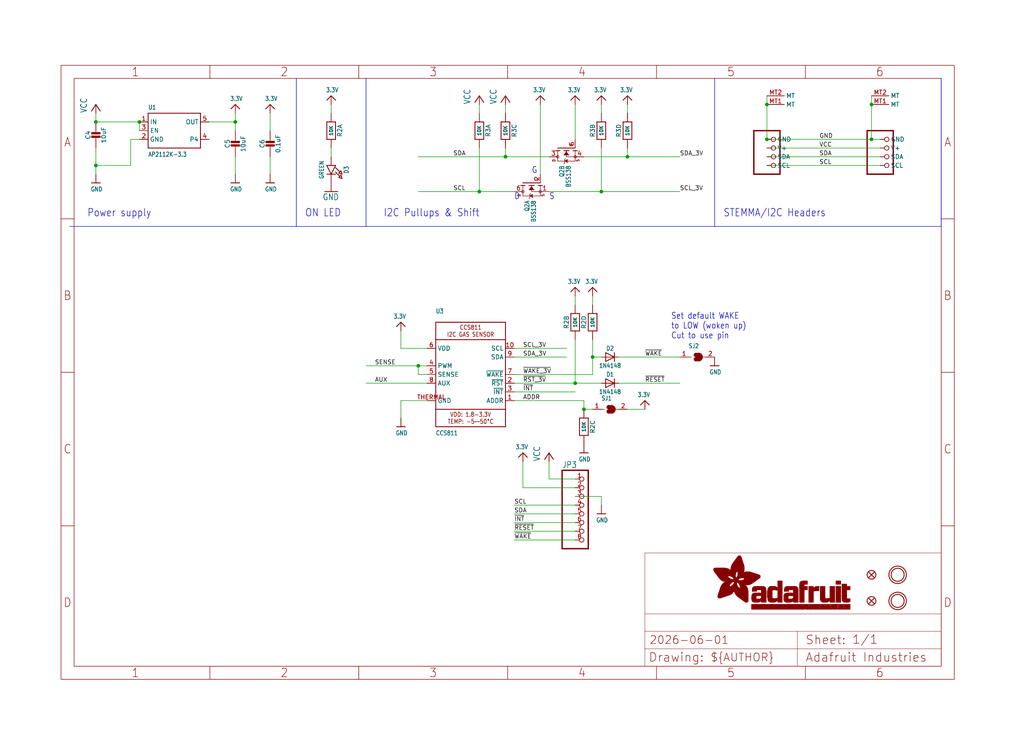
<source format=kicad_sch>
(kicad_sch (version 20230121) (generator eeschema)
  (paper "User" 298.45 217.322)
  (lib_symbols
    (symbol "working-eagle-import:3.3V" (power)
      (property "Value" "3.3V" (at -1.524 1.016 0))
      (symbol "3.3V_1_0"
        (pin power_in line (at 0 -2.54 90) (length 2.54) (name "3.3V") (number "1"))
      )
    )
    (symbol "working-eagle-import:CAP_CERAMIC0603_NO"
      (property "Reference" "C" (at -2.29 1.25 90))
      (symbol "CAP_CERAMIC0603_NO_1_0"
        (pin passive line (at 0 5.08 270) (length 2.54) (name "1") (number "1"))
        (pin passive line (at 0 -2.54 90) (length 2.54) (name "2") (number "2"))
      )
    )
    (symbol "working-eagle-import:CAP_CERAMIC0805-NOOUTLINE"
      (property "Reference" "C" (at -2.29 1.25 90))
      (symbol "CAP_CERAMIC0805-NOOUTLINE_1_0"
        (pin passive line (at 0 5.08 270) (length 2.54) (name "1") (number "1"))
        (pin passive line (at 0 -2.54 90) (length 2.54) (name "2") (number "2"))
      )
    )
    (symbol "working-eagle-import:CCS811"
      (property "Reference" "U" (at -10.16 17.78 0))
      (symbol "CCS811_1_0"
        (text "CCS811\nI2C GAS SENSOR" (at 0 12.7 0) (effects (font (size 1.27 1.0795))))
        (text "VDD: 1.8-3.3V\nTEMP: -5~~50°C" (at 0 -12.7 0) (effects (font (size 1.27 1.0795))))
        (pin input line (at 12.7 -7.62 180) (length 2.54) (name "ADDR") (number "1"))
        (pin bidirectional line (at 12.7 7.62 180) (length 2.54) (name "SCL") (number "10"))
        (pin input line (at 12.7 -2.54 180) (length 2.54) (name "~{RST}") (number "2"))
        (pin output line (at 12.7 -5.08 180) (length 2.54) (name "~{INT}") (number "3"))
        (pin output line (at -12.7 2.54 0) (length 2.54) (name "PWM") (number "4"))
        (pin input line (at -12.7 0 0) (length 2.54) (name "SENSE") (number "5"))
        (pin power_in line (at -12.7 7.62 0) (length 2.54) (name "VDD") (number "6"))
        (pin input line (at 12.7 0 180) (length 2.54) (name "~{WAKE}") (number "7"))
        (pin passive line (at -12.7 -2.54 0) (length 2.54) (name "AUX") (number "8"))
        (pin bidirectional line (at 12.7 5.08 180) (length 2.54) (name "SDA") (number "9"))
        (pin power_in line (at -12.7 -7.62 0) (length 2.54) (name "GND") (number "THERMAL"))
      )
    )
    (symbol "working-eagle-import:DIODESOD-323"
      (property "Reference" "D" (at 0 2.54 0))
      (symbol "DIODESOD-323_1_0"
        (pin passive line (at -2.54 0 0) (length 2.54) (name "A") (number "A"))
        (pin passive line (at 2.54 0 180) (length 2.54) (name "C") (number "C"))
      )
    )
    (symbol "working-eagle-import:FIDUCIAL_1MM")
    (symbol "working-eagle-import:FRAME_A4_ADAFRUIT"
      (symbol "FRAME_A4_ADAFRUIT_1_0"
        (text "${#}/${##}" (at 230.505 10.16 0) (effects (font (size 2.54 2.54)) (justify left bottom)))
        (text "${AUTHOR}" (at 189.23 5.08 0) (effects (font (size 2.286 2.286)) (justify left bottom)))
        (text "${CURRENT_DATE}" (at 171.45 10.16 0) (effects (font (size 2.286 2.286)) (justify left bottom)))
        (text "${PROJECTNAME}" (at 171.45 15.24 0) (effects (font (size 2.54 2.54)) (justify left bottom)))
        (text "1" (at 21.6958 1.905 0) (effects (font (size 2.54 2.286))))
        (text "1" (at 21.6958 177.165 0) (effects (font (size 2.54 2.286))))
        (text "2" (at 65.0875 1.905 0) (effects (font (size 2.54 2.286))))
        (text "2" (at 65.0875 177.165 0) (effects (font (size 2.54 2.286))))
        (text "3" (at 108.4792 1.905 0) (effects (font (size 2.54 2.286))))
        (text "3" (at 108.4792 177.165 0) (effects (font (size 2.54 2.286))))
        (text "4" (at 151.8708 1.905 0) (effects (font (size 2.54 2.286))))
        (text "4" (at 151.8708 177.165 0) (effects (font (size 2.54 2.286))))
        (text "5" (at 195.2625 1.905 0) (effects (font (size 2.54 2.286))))
        (text "5" (at 195.2625 177.165 0) (effects (font (size 2.54 2.286))))
        (text "6" (at 238.6542 1.905 0) (effects (font (size 2.54 2.286))))
        (text "6" (at 238.6542 177.165 0) (effects (font (size 2.54 2.286))))
        (text "A" (at 1.905 156.6863 0) (effects (font (size 2.54 2.286))))
        (text "A" (at 258.445 156.6863 0) (effects (font (size 2.54 2.286))))
        (text "Adafruit Industries" (at 216.916 4.953 0) (effects (font (size 2.54 2.54)) (justify left bottom)))
        (text "B" (at 1.905 111.9188 0) (effects (font (size 2.54 2.286))))
        (text "B" (at 258.445 111.9188 0) (effects (font (size 2.54 2.286))))
        (text "C" (at 1.905 67.1513 0) (effects (font (size 2.54 2.286))))
        (text "C" (at 258.445 67.1513 0) (effects (font (size 2.54 2.286))))
        (text "D" (at 1.905 22.3838 0) (effects (font (size 2.54 2.286))))
        (text "D" (at 258.445 22.3838 0) (effects (font (size 2.54 2.286))))
        (text "Drawing:" (at 171.196 4.953 0) (effects (font (size 2.54 2.54)) (justify left bottom)))
        (text "Sheet:" (at 216.916 10.033 0) (effects (font (size 2.54 2.54)) (justify left bottom)))
      )
    )
    (symbol "working-eagle-import:GND" (power)
      (property "Value" "GND" (at -1.524 -2.54 0))
      (symbol "GND_1_0"
        (pin power_in line (at 0 2.54 270) (length 2.54) (name "GND") (number "1"))
      )
    )
    (symbol "working-eagle-import:HEADER-1X870MIL"
      (property "Reference" "JP" (at -6.35 13.335 0))
      (symbol "HEADER-1X870MIL_1_0"
        (pin passive inverted (at -2.54 10.16 0) (length 2.54) (name "1") (number "1"))
        (pin passive inverted (at -2.54 7.62 0) (length 2.54) (name "2") (number "2"))
        (pin passive inverted (at -2.54 5.08 0) (length 2.54) (name "3") (number "3"))
        (pin passive inverted (at -2.54 2.54 0) (length 2.54) (name "4") (number "4"))
        (pin passive inverted (at -2.54 0 0) (length 2.54) (name "5") (number "5"))
        (pin passive inverted (at -2.54 -2.54 0) (length 2.54) (name "6") (number "6"))
        (pin passive inverted (at -2.54 -5.08 0) (length 2.54) (name "7") (number "7"))
        (pin passive inverted (at -2.54 -7.62 0) (length 2.54) (name "8") (number "8"))
      )
    )
    (symbol "working-eagle-import:LED0603_NOOUTLINE"
      (property "Reference" "D" (at -1.27 4.445 0))
      (symbol "LED0603_NOOUTLINE_1_0"
        (pin passive line (at -5.08 0 0) (length 2.54) (name "A") (number "A"))
        (pin passive line (at 2.54 0 180) (length 2.54) (name "C") (number "C"))
      )
    )
    (symbol "working-eagle-import:MOSFET-N_DUAL"
      (property "Reference" "Q" (at 5.08 0.635 0))
      (symbol "MOSFET-N_DUAL_1_0"
        (text "D" (at 3.175 3.175 0) (effects (font (size 0.8128 0.6908)) (justify left bottom)))
        (text "G" (at -1.27 -1.905 0) (effects (font (size 0.8128 0.6908)) (justify left bottom)))
        (text "S" (at 3.175 -3.81 0) (effects (font (size 0.8128 0.6908)) (justify left bottom)))
        (pin bidirectional line (at 2.54 -5.08 90) (length 2.54) (name "S") (number "1"))
        (pin bidirectional line (at -2.54 -2.54 0) (length 2.54) (name "G") (number "2"))
        (pin bidirectional line (at 2.54 5.08 270) (length 2.54) (name "D") (number "6"))
      )
      (symbol "MOSFET-N_DUAL_2_0"
        (text "D" (at 3.175 3.175 0) (effects (font (size 0.8128 0.6908)) (justify left bottom)))
        (text "G" (at -1.27 -1.905 0) (effects (font (size 0.8128 0.6908)) (justify left bottom)))
        (text "S" (at 3.175 -3.81 0) (effects (font (size 0.8128 0.6908)) (justify left bottom)))
        (pin bidirectional line (at 2.54 5.08 270) (length 2.54) (name "D") (number "3"))
        (pin bidirectional line (at 2.54 -5.08 90) (length 2.54) (name "S") (number "4"))
        (pin bidirectional line (at -2.54 -2.54 0) (length 2.54) (name "G") (number "5"))
      )
    )
    (symbol "working-eagle-import:MOUNTINGHOLE2.5")
    (symbol "working-eagle-import:RESISTOR_4PACK"
      (property "Reference" "R" (at 0 2.54 0))
      (symbol "RESISTOR_4PACK_1_0"
        (pin passive line (at -5.08 0 0) (length 2.54) (name "1") (number "1"))
        (pin passive line (at 5.08 0 180) (length 2.54) (name "2") (number "8"))
      )
      (symbol "RESISTOR_4PACK_2_0"
        (pin passive line (at -5.08 0 0) (length 2.54) (name "1") (number "2"))
        (pin passive line (at 5.08 0 180) (length 2.54) (name "2") (number "7"))
      )
      (symbol "RESISTOR_4PACK_3_0"
        (pin passive line (at -5.08 0 0) (length 2.54) (name "1") (number "3"))
        (pin passive line (at 5.08 0 180) (length 2.54) (name "2") (number "6"))
      )
      (symbol "RESISTOR_4PACK_4_0"
        (pin passive line (at -5.08 0 0) (length 2.54) (name "1") (number "4"))
        (pin passive line (at 5.08 0 180) (length 2.54) (name "2") (number "5"))
      )
    )
    (symbol "working-eagle-import:SOLDERJUMPER"
      (property "Reference" "SJ" (at -2.54 2.54 0))
      (symbol "SOLDERJUMPER_1_0"
        (pin passive line (at -5.08 0 0) (length 2.54) (name "1") (number "1"))
        (pin passive line (at 5.08 0 180) (length 2.54) (name "2") (number "2"))
      )
    )
    (symbol "working-eagle-import:SOLDERJUMPERCLOSED"
      (property "Reference" "SJ" (at -2.54 2.54 0))
      (symbol "SOLDERJUMPERCLOSED_1_0"
        (pin passive line (at -5.08 0 0) (length 2.54) (name "1") (number "1"))
        (pin passive line (at 5.08 0 180) (length 2.54) (name "2") (number "2"))
      )
    )
    (symbol "working-eagle-import:STEMMA_I2C_QT"
      (symbol "STEMMA_I2C_QT_1_0"
        (pin passive inverted (at 0 5.08 0) (length 2.54) (name "GND") (number "1"))
        (pin passive inverted (at 0 2.54 0) (length 2.54) (name "V+") (number "2"))
        (pin passive inverted (at 0 0 0) (length 2.54) (name "SDA") (number "3"))
        (pin passive inverted (at 0 -2.54 0) (length 2.54) (name "SCL") (number "4"))
      )
      (symbol "STEMMA_I2C_QT_2_0"
        (pin bidirectional line (at 0 0 0) (length 5.08) (name "MT") (number "MT1"))
      )
      (symbol "STEMMA_I2C_QT_3_0"
        (pin bidirectional line (at 0 0 0) (length 5.08) (name "MT") (number "MT2"))
      )
    )
    (symbol "working-eagle-import:VCC" (power)
      (property "Value" "VCC" (at -2.54 -2.54 90))
      (symbol "VCC_1_0"
        (pin power_in line (at 0 -2.54 90) (length 2.54) (name "VCC") (number "1"))
      )
    )
    (symbol "working-eagle-import:VREG_SOT23-5"
      (property "Reference" "U" (at -7.62 6.096 0))
      (symbol "VREG_SOT23-5_1_0"
        (pin power_in line (at -10.16 2.54 0) (length 2.54) (name "IN") (number "1"))
        (pin power_in line (at -10.16 -2.54 0) (length 2.54) (name "GND") (number "2"))
        (pin input line (at -10.16 0 0) (length 2.54) (name "EN") (number "3"))
        (pin bidirectional line (at 10.16 -2.54 180) (length 2.54) (name "P4") (number "4"))
        (pin power_in line (at 10.16 2.54 180) (length 2.54) (name "OUT") (number "5"))
      )
    )
    (symbol "working-eagle-import:supply1_GND" (power)
      (property "Value" "supply1_GND" (at -2.54 -2.54 0))
      (symbol "supply1_GND_1_0"
        (pin power_in line (at 0 2.54 270) (length 2.54) (name "GND") (number "1"))
      )
    )
  )
  (junction (at 68.58 35.56))
  (junction (at 121.92 106.68))
  (junction (at 223.52 40.64))
  (junction (at 182.88 45.72))
  (junction (at 139.7 55.88))
  (junction (at 254 40.64))
  (junction (at 170.18 119.38))
  (junction (at 223.52 30.48))
  (junction (at 172.72 104.14))
  (junction (at 27.94 48.26))
  (junction (at 167.64 111.76))
  (junction (at 27.94 35.56))
  (junction (at 254 30.48))
  (junction (at 175.26 55.88))
  (junction (at 40.64 35.56))
  (junction (at 147.32 45.72))
  (wire (pts (xy 160.02 55.88) (xy 175.26 55.88)) (stroke (width 0.1524)))
  (wire (pts (xy 78.74 33.02) (xy 78.74 38.1)) (stroke (width 0.1524)))
  (wire (pts (xy 147.32 45.72) (xy 121.92 45.72)) (stroke (width 0.1524)))
  (wire (pts (xy 182.88 43.18) (xy 182.88 45.72)) (stroke (width 0.1524)))
  (polyline (pts (xy 274.32 22.86) (xy 274.32 66.04)) (stroke (width 0.1524) (type solid)))
  (wire (pts (xy 254 30.48) (xy 254 40.64)) (stroke (width 0.1524)))
  (wire (pts (xy 121.92 106.68) (xy 124.46 106.68)) (stroke (width 0.1524)))
  (polyline (pts (xy 106.68 22.86) (xy 106.68 66.04)) (stroke (width 0.1524) (type solid)))
  (wire (pts (xy 157.48 50.8) (xy 157.48 30.48)) (stroke (width 0.1524)))
  (wire (pts (xy 167.64 142.24) (xy 152.4 142.24)) (stroke (width 0.1524)))
  (wire (pts (xy 121.92 109.22) (xy 121.92 106.68)) (stroke (width 0.1524)))
  (wire (pts (xy 147.32 43.18) (xy 147.32 45.72)) (stroke (width 0.1524)))
  (wire (pts (xy 149.86 55.88) (xy 139.7 55.88)) (stroke (width 0.1524)))
  (wire (pts (xy 160.02 139.7) (xy 160.02 134.62)) (stroke (width 0.1524)))
  (wire (pts (xy 223.52 43.18) (xy 256.54 43.18)) (stroke (width 0.1524)))
  (wire (pts (xy 167.64 40.64) (xy 167.64 30.48)) (stroke (width 0.1524)))
  (wire (pts (xy 38.1 48.26) (xy 27.94 48.26)) (stroke (width 0.1524)))
  (wire (pts (xy 254 27.94) (xy 254 30.48)) (stroke (width 0.1524)))
  (wire (pts (xy 170.18 45.72) (xy 182.88 45.72)) (stroke (width 0.1524)))
  (polyline (pts (xy 106.68 66.04) (xy 208.28 66.04)) (stroke (width 0.1524) (type solid)))
  (wire (pts (xy 180.34 104.14) (xy 198.12 104.14)) (stroke (width 0.1524)))
  (wire (pts (xy 172.72 109.22) (xy 172.72 104.14)) (stroke (width 0.1524)))
  (wire (pts (xy 139.7 55.88) (xy 121.92 55.88)) (stroke (width 0.1524)))
  (polyline (pts (xy 208.28 66.04) (xy 274.32 66.04)) (stroke (width 0.1524) (type solid)))
  (polyline (pts (xy 86.36 22.86) (xy 86.36 66.04)) (stroke (width 0.1524) (type solid)))
  (wire (pts (xy 60.96 35.56) (xy 68.58 35.56)) (stroke (width 0.1524)))
  (wire (pts (xy 152.4 142.24) (xy 152.4 134.62)) (stroke (width 0.1524)))
  (polyline (pts (xy 208.28 22.86) (xy 208.28 66.04)) (stroke (width 0.1524) (type solid)))
  (wire (pts (xy 172.72 104.14) (xy 175.26 104.14)) (stroke (width 0.1524)))
  (wire (pts (xy 116.84 101.6) (xy 116.84 96.52)) (stroke (width 0.1524)))
  (wire (pts (xy 223.52 27.94) (xy 223.52 30.48)) (stroke (width 0.1524)))
  (wire (pts (xy 165.1 101.6) (xy 149.86 101.6)) (stroke (width 0.1524)))
  (wire (pts (xy 40.64 38.1) (xy 40.64 35.56)) (stroke (width 0.1524)))
  (wire (pts (xy 175.26 43.18) (xy 175.26 55.88)) (stroke (width 0.1524)))
  (wire (pts (xy 139.7 30.48) (xy 139.7 33.02)) (stroke (width 0.1524)))
  (wire (pts (xy 175.26 55.88) (xy 198.12 55.88)) (stroke (width 0.1524)))
  (wire (pts (xy 149.86 104.14) (xy 165.1 104.14)) (stroke (width 0.1524)))
  (wire (pts (xy 68.58 45.72) (xy 68.58 50.8)) (stroke (width 0.1524)))
  (wire (pts (xy 96.52 30.48) (xy 96.52 33.02)) (stroke (width 0.1524)))
  (wire (pts (xy 149.86 109.22) (xy 172.72 109.22)) (stroke (width 0.1524)))
  (wire (pts (xy 27.94 48.26) (xy 27.94 43.18)) (stroke (width 0.1524)))
  (wire (pts (xy 256.54 45.72) (xy 223.52 45.72)) (stroke (width 0.1524)))
  (wire (pts (xy 38.1 40.64) (xy 38.1 48.26)) (stroke (width 0.1524)))
  (wire (pts (xy 68.58 35.56) (xy 68.58 33.02)) (stroke (width 0.1524)))
  (wire (pts (xy 40.64 40.64) (xy 38.1 40.64)) (stroke (width 0.1524)))
  (polyline (pts (xy 86.36 66.04) (xy 106.68 66.04)) (stroke (width 0.1524) (type solid)))
  (wire (pts (xy 167.64 154.94) (xy 149.86 154.94)) (stroke (width 0.1524)))
  (wire (pts (xy 172.72 86.36) (xy 172.72 88.9)) (stroke (width 0.1524)))
  (wire (pts (xy 180.34 111.76) (xy 198.12 111.76)) (stroke (width 0.1524)))
  (wire (pts (xy 167.64 86.36) (xy 167.64 88.9)) (stroke (width 0.1524)))
  (polyline (pts (xy 20.32 66.04) (xy 86.36 66.04)) (stroke (width 0.1524) (type solid)))
  (wire (pts (xy 167.64 99.06) (xy 167.64 111.76)) (stroke (width 0.1524)))
  (wire (pts (xy 124.46 111.76) (xy 106.68 111.76)) (stroke (width 0.1524)))
  (wire (pts (xy 40.64 35.56) (xy 27.94 35.56)) (stroke (width 0.1524)))
  (wire (pts (xy 223.52 48.26) (xy 256.54 48.26)) (stroke (width 0.1524)))
  (wire (pts (xy 167.64 111.76) (xy 175.26 111.76)) (stroke (width 0.1524)))
  (wire (pts (xy 160.02 45.72) (xy 147.32 45.72)) (stroke (width 0.1524)))
  (wire (pts (xy 149.86 157.48) (xy 167.64 157.48)) (stroke (width 0.1524)))
  (wire (pts (xy 223.52 30.48) (xy 223.52 40.64)) (stroke (width 0.1524)))
  (wire (pts (xy 124.46 101.6) (xy 116.84 101.6)) (stroke (width 0.1524)))
  (wire (pts (xy 170.18 119.38) (xy 170.18 116.84)) (stroke (width 0.1524)))
  (wire (pts (xy 167.64 152.4) (xy 149.86 152.4)) (stroke (width 0.1524)))
  (wire (pts (xy 256.54 40.64) (xy 254 40.64)) (stroke (width 0.1524)))
  (wire (pts (xy 254 40.64) (xy 223.52 40.64)) (stroke (width 0.1524)))
  (wire (pts (xy 182.88 33.02) (xy 182.88 30.48)) (stroke (width 0.1524)))
  (wire (pts (xy 175.26 144.78) (xy 175.26 147.32)) (stroke (width 0.1524)))
  (wire (pts (xy 27.94 33.02) (xy 27.94 35.56)) (stroke (width 0.1524)))
  (wire (pts (xy 121.92 106.68) (xy 106.68 106.68)) (stroke (width 0.1524)))
  (wire (pts (xy 149.86 111.76) (xy 167.64 111.76)) (stroke (width 0.1524)))
  (wire (pts (xy 175.26 33.02) (xy 175.26 30.48)) (stroke (width 0.1524)))
  (wire (pts (xy 139.7 43.18) (xy 139.7 55.88)) (stroke (width 0.1524)))
  (wire (pts (xy 147.32 33.02) (xy 147.32 30.48)) (stroke (width 0.1524)))
  (wire (pts (xy 68.58 35.56) (xy 68.58 38.1)) (stroke (width 0.1524)))
  (wire (pts (xy 172.72 99.06) (xy 172.72 104.14)) (stroke (width 0.1524)))
  (wire (pts (xy 170.18 116.84) (xy 149.86 116.84)) (stroke (width 0.1524)))
  (wire (pts (xy 182.88 119.38) (xy 187.96 119.38)) (stroke (width 0.1524)))
  (wire (pts (xy 170.18 119.38) (xy 172.72 119.38)) (stroke (width 0.1524)))
  (wire (pts (xy 149.86 149.86) (xy 167.64 149.86)) (stroke (width 0.1524)))
  (wire (pts (xy 27.94 48.26) (xy 27.94 50.8)) (stroke (width 0.1524)))
  (wire (pts (xy 149.86 147.32) (xy 167.64 147.32)) (stroke (width 0.1524)))
  (wire (pts (xy 182.88 45.72) (xy 198.12 45.72)) (stroke (width 0.1524)))
  (wire (pts (xy 96.52 45.72) (xy 96.52 43.18)) (stroke (width 0.1524)))
  (wire (pts (xy 167.64 144.78) (xy 175.26 144.78)) (stroke (width 0.1524)))
  (wire (pts (xy 116.84 116.84) (xy 116.84 121.92)) (stroke (width 0.1524)))
  (wire (pts (xy 149.86 114.3) (xy 167.64 114.3)) (stroke (width 0.1524)))
  (wire (pts (xy 167.64 139.7) (xy 160.02 139.7)) (stroke (width 0.1524)))
  (wire (pts (xy 124.46 109.22) (xy 121.92 109.22)) (stroke (width 0.1524)))
  (wire (pts (xy 124.46 116.84) (xy 116.84 116.84)) (stroke (width 0.1524)))
  (wire (pts (xy 78.74 45.72) (xy 78.74 50.8)) (stroke (width 0.1524)))
  (text "G" (at 154.94 50.8 0) (effects (font (size 1.778 1.5113)) (justify left bottom)))
  (text "ON LED" (at 88.9 63.5 0) (effects (font (size 2.1844 1.8567)) (justify left bottom)))
  (text "STEMMA/I2C Headers" (at 210.82 63.5 0) (effects (font (size 2.1844 1.8567)) (justify left bottom)))
  (text "Set default WAKE\nto LOW (woken up)\nCut to use pin~{}" (at 195.58 99.06 0) (effects (font (size 1.778 1.5113)) (justify left bottom)))
  (text "D" (at 149.86 58.42 0) (effects (font (size 1.778 1.5113)) (justify left bottom)))
  (text "S" (at 160.02 58.42 0) (effects (font (size 1.778 1.5113)) (justify left bottom)))
  (text "Power supply" (at 25.4 63.5 0) (effects (font (size 2.1844 1.8567)) (justify left bottom)))
  (text "I2C Pullups & Shift" (at 111.76 63.5 0) (effects (font (size 2.1844 1.8567)) (justify left bottom)))
  (label "GND" (at 238.76 40.64 0) (effects (font (size 1.2446 1.2446))))
  (label "SCL" (at 132.08 55.88 0) (effects (font (size 1.2446 1.2446))))
  (label "SCL_3V" (at 152.4 101.6 0) (effects (font (size 1.2446 1.2446))))
  (label "~{WAKE}" (at 187.96 104.14 0) (effects (font (size 1.2446 1.2446))))
  (label "~{WAKE}" (at 149.86 157.48 0) (effects (font (size 1.2446 1.2446))))
  (label "~{INT}" (at 149.86 152.4 0) (effects (font (size 1.2446 1.2446))))
  (label "SCL" (at 149.86 147.32 0) (effects (font (size 1.2446 1.2446))))
  (label "~{RESET}" (at 187.96 111.76 0) (effects (font (size 1.2446 1.2446))))
  (label "~{RST_3V}" (at 152.4 111.76 0) (effects (font (size 1.2446 1.2446))))
  (label "SENSE" (at 109.22 106.68 0) (effects (font (size 1.2446 1.2446))))
  (label "SCL" (at 238.76 48.26 0) (effects (font (size 1.2446 1.2446))))
  (label "SDA_3V" (at 152.4 104.14 0) (effects (font (size 1.2446 1.2446))))
  (label "SDA" (at 238.76 45.72 0) (effects (font (size 1.2446 1.2446))))
  (label "VCC" (at 238.76 43.18 0) (effects (font (size 1.2446 1.2446))))
  (label "SDA" (at 149.86 149.86 0) (effects (font (size 1.2446 1.2446))))
  (label "AUX" (at 109.22 111.76 0) (effects (font (size 1.2446 1.2446))))
  (label "~{INT}" (at 152.4 114.3 0) (effects (font (size 1.2446 1.2446))))
  (label "SDA_3V" (at 198.12 45.72 0) (effects (font (size 1.2446 1.2446))))
  (label "SDA" (at 132.08 45.72 0) (effects (font (size 1.2446 1.2446))))
  (label "ADDR" (at 152.4 116.84 0) (effects (font (size 1.2446 1.2446))))
  (label "~{RESET}" (at 149.86 154.94 0) (effects (font (size 1.2446 1.2446))))
  (label "~{WAKE_3V}" (at 152.4 109.22 0) (effects (font (size 1.2446 1.2446))))
  (label "SCL_3V" (at 198.12 55.88 0) (effects (font (size 1.2446 1.2446))))
  (symbol (lib_id "working-eagle-import:FRAME_A4_ADAFRUIT") (at 17.78 198.12 0) (unit 1)
    (property "Reference" "#U$41" (effects hide))
    (property "Value" "FRAME_A4_ADAFRUIT" (effects hide))
  )
  (symbol (lib_id "working-eagle-import:3.3V") (at 116.84 93.98 0) (mirror y) (unit 1)
    (property "Reference" "#U$22" (effects hide))
    (property "Value" "3.3V" (at 118.364 92.964 0) (effects (font (size 1.27 1.0795)) (justify left bottom)))
  )
  (symbol (lib_id "working-eagle-import:RESISTOR_4PACK") (at 167.64 93.98 90) (unit 2)
    (property "Reference" "R2" (at 165.1 93.98 0))
    (property "Value" "10K" (at 167.64 93.98 0) (effects (font (size 1.016 1.016) bold)))
    (property "Footprint" "working:RESPACK_4X0603" (effects hide))
  )
  (symbol (lib_id "working-eagle-import:DIODESOD-323") (at 177.8 104.14 0) (unit 1)
    (property "Reference" "D2" (at 177.8 101.6 0) (effects (font (size 1.27 1.0795))))
    (property "Value" "1N4148" (at 177.8 106.64 0) (effects (font (size 1.27 1.0795))))
    (property "Footprint" "working:SOD-323" (effects hide))
  )
  (symbol (lib_id "working-eagle-import:3.3V") (at 78.74 30.48 0) (unit 1)
    (property "Reference" "#U$32" (effects hide))
    (property "Value" "3.3V" (at 77.216 29.464 0) (effects (font (size 1.27 1.0795)) (justify left bottom)))
  )
  (symbol (lib_id "working-eagle-import:RESISTOR_4PACK") (at 139.7 38.1 270) (unit 1)
    (property "Reference" "R3" (at 142.24 38.1 0))
    (property "Value" "10K" (at 139.7 38.1 0) (effects (font (size 1.016 1.016) bold)))
    (property "Footprint" "working:RESPACK_4X0603" (effects hide))
  )
  (symbol (lib_id "working-eagle-import:CCS811") (at 137.16 109.22 0) (unit 1)
    (property "Reference" "U3" (at 127 91.44 0) (effects (font (size 1.27 1.0795)) (justify left bottom)))
    (property "Value" "CCS811" (at 127 127 0) (effects (font (size 1.27 1.0795)) (justify left bottom)))
    (property "Footprint" "working:CCS811" (effects hide))
  )
  (symbol (lib_id "working-eagle-import:3.3V") (at 96.52 27.94 0) (unit 1)
    (property "Reference" "#U$44" (effects hide))
    (property "Value" "3.3V" (at 94.996 26.924 0) (effects (font (size 1.27 1.0795)) (justify left bottom)))
  )
  (symbol (lib_id "working-eagle-import:RESISTOR_4PACK") (at 172.72 93.98 90) (unit 4)
    (property "Reference" "R2" (at 170.18 93.98 0))
    (property "Value" "10K" (at 172.72 93.98 0) (effects (font (size 1.016 1.016) bold)))
    (property "Footprint" "working:RESPACK_4X0603" (effects hide))
  )
  (symbol (lib_id "working-eagle-import:3.3V") (at 152.4 132.08 0) (mirror y) (unit 1)
    (property "Reference" "#U$19" (effects hide))
    (property "Value" "3.3V" (at 153.924 131.064 0) (effects (font (size 1.27 1.0795)) (justify left bottom)))
  )
  (symbol (lib_id "working-eagle-import:RESISTOR_4PACK") (at 147.32 38.1 270) (unit 3)
    (property "Reference" "R3" (at 149.86 38.1 0))
    (property "Value" "10K" (at 147.32 38.1 0) (effects (font (size 1.016 1.016) bold)))
    (property "Footprint" "working:RESPACK_4X0603" (effects hide))
  )
  (symbol (lib_id "working-eagle-import:3.3V") (at 157.48 27.94 0) (mirror y) (unit 1)
    (property "Reference" "#U$36" (effects hide))
    (property "Value" "3.3V" (at 159.004 26.924 0) (effects (font (size 1.27 1.0795)) (justify left bottom)))
  )
  (symbol (lib_id "working-eagle-import:MOSFET-N_DUAL") (at 165.1 43.18 90) (mirror x) (unit 2)
    (property "Reference" "Q2" (at 164.465 48.26 0) (effects (font (size 1.27 1.0795)) (justify left bottom)))
    (property "Value" "BSS138" (at 166.37 48.26 0) (effects (font (size 1.27 1.0795)) (justify left bottom)))
    (property "Footprint" "working:SOT363" (effects hide))
  )
  (symbol (lib_id "working-eagle-import:STEMMA_I2C_QT") (at 223.52 27.94 0) (unit 3)
    (property "Reference" "CONN3" (effects hide))
    (property "Value" "STEMMA_I2C_QT" (effects hide))
    (property "Footprint" "working:JST_SH4" (effects hide))
  )
  (symbol (lib_id "working-eagle-import:3.3V") (at 167.64 27.94 0) (mirror y) (unit 1)
    (property "Reference" "#U$37" (effects hide))
    (property "Value" "3.3V" (at 169.164 26.924 0) (effects (font (size 1.27 1.0795)) (justify left bottom)))
  )
  (symbol (lib_id "working-eagle-import:MOSFET-N_DUAL") (at 154.94 53.34 90) (mirror x) (unit 1)
    (property "Reference" "Q2" (at 154.305 58.42 0) (effects (font (size 1.27 1.0795)) (justify left bottom)))
    (property "Value" "BSS138" (at 156.21 58.42 0) (effects (font (size 1.27 1.0795)) (justify left bottom)))
    (property "Footprint" "working:SOT363" (effects hide))
  )
  (symbol (lib_id "working-eagle-import:supply1_GND") (at 96.52 55.88 0) (unit 1)
    (property "Reference" "#GND6" (effects hide))
    (property "Value" "GND" (at 93.98 58.42 0) (effects (font (size 1.778 1.5113)) (justify left bottom)))
  )
  (symbol (lib_id "working-eagle-import:STEMMA_I2C_QT") (at 256.54 45.72 0) (unit 1)
    (property "Reference" "CONN4" (effects hide))
    (property "Value" "STEMMA_I2C_QT" (effects hide))
    (property "Footprint" "working:JST_SH4" (effects hide))
  )
  (symbol (lib_id "working-eagle-import:GND") (at 116.84 124.46 0) (unit 1)
    (property "Reference" "#U$2" (effects hide))
    (property "Value" "GND" (at 115.316 127 0) (effects (font (size 1.27 1.0795)) (justify left bottom)))
  )
  (symbol (lib_id "working-eagle-import:CAP_CERAMIC0805-NOOUTLINE") (at 68.58 43.18 0) (unit 1)
    (property "Reference" "C5" (at 66.29 41.93 90))
    (property "Value" "10uF" (at 70.88 41.93 90))
    (property "Footprint" "working:0805-NO" (effects hide))
  )
  (symbol (lib_id "working-eagle-import:STEMMA_I2C_QT") (at 223.52 30.48 0) (unit 2)
    (property "Reference" "CONN3" (effects hide))
    (property "Value" "STEMMA_I2C_QT" (effects hide))
    (property "Footprint" "working:JST_SH4" (effects hide))
  )
  (symbol (lib_id "working-eagle-import:GND") (at 175.26 149.86 0) (unit 1)
    (property "Reference" "#U$7" (effects hide))
    (property "Value" "GND" (at 173.736 152.4 0) (effects (font (size 1.27 1.0795)) (justify left bottom)))
  )
  (symbol (lib_id "working-eagle-import:FIDUCIAL_1MM") (at 254 175.26 0) (unit 1)
    (property "Reference" "FID3" (effects hide))
    (property "Value" "FIDUCIAL_1MM" (effects hide))
    (property "Footprint" "working:FIDUCIAL_1MM" (effects hide))
  )
  (symbol (lib_id "working-eagle-import:3.3V") (at 167.64 83.82 0) (mirror y) (unit 1)
    (property "Reference" "#U$24" (effects hide))
    (property "Value" "3.3V" (at 169.164 82.804 0) (effects (font (size 1.27 1.0795)) (justify left bottom)))
  )
  (symbol (lib_id "working-eagle-import:DIODESOD-323") (at 177.8 111.76 0) (unit 1)
    (property "Reference" "D1" (at 177.8 109.22 0) (effects (font (size 1.27 1.0795))))
    (property "Value" "1N4148" (at 177.8 114.26 0) (effects (font (size 1.27 1.0795))))
    (property "Footprint" "working:SOD-323" (effects hide))
  )
  (symbol (lib_id "working-eagle-import:MOUNTINGHOLE2.5") (at 261.62 175.26 0) (unit 1)
    (property "Reference" "U$39" (effects hide))
    (property "Value" "MOUNTINGHOLE2.5" (effects hide))
    (property "Footprint" "working:MOUNTINGHOLE_2.5_PLATED" (effects hide))
  )
  (symbol (lib_id "working-eagle-import:3.3V") (at 175.26 27.94 0) (mirror y) (unit 1)
    (property "Reference" "#U$35" (effects hide))
    (property "Value" "3.3V" (at 176.784 26.924 0) (effects (font (size 1.27 1.0795)) (justify left bottom)))
  )
  (symbol (lib_id "working-eagle-import:3.3V") (at 68.58 30.48 0) (unit 1)
    (property "Reference" "#U$33" (effects hide))
    (property "Value" "3.3V" (at 67.056 29.464 0) (effects (font (size 1.27 1.0795)) (justify left bottom)))
  )
  (symbol (lib_id "working-eagle-import:SOLDERJUMPER") (at 177.8 119.38 0) (unit 1)
    (property "Reference" "SJ1" (at 175.26 116.84 0) (effects (font (size 1.27 1.0795)) (justify left bottom)))
    (property "Value" "SOLDERJUMPER" (effects hide))
    (property "Footprint" "working:SOLDERJUMPER_ARROW_NOPASTE" (effects hide))
  )
  (symbol (lib_id "working-eagle-import:3.3V") (at 182.88 27.94 0) (mirror y) (unit 1)
    (property "Reference" "#U$34" (effects hide))
    (property "Value" "3.3V" (at 184.404 26.924 0) (effects (font (size 1.27 1.0795)) (justify left bottom)))
  )
  (symbol (lib_id "working-eagle-import:GND") (at 78.74 53.34 0) (unit 1)
    (property "Reference" "#U$30" (effects hide))
    (property "Value" "GND" (at 77.216 55.88 0) (effects (font (size 1.27 1.0795)) (justify left bottom)))
  )
  (symbol (lib_id "working-eagle-import:GND") (at 68.58 53.34 0) (unit 1)
    (property "Reference" "#U$29" (effects hide))
    (property "Value" "GND" (at 67.056 55.88 0) (effects (font (size 1.27 1.0795)) (justify left bottom)))
  )
  (symbol (lib_id "working-eagle-import:VCC") (at 139.7 27.94 0) (unit 1)
    (property "Reference" "#P+1" (effects hide))
    (property "Value" "VCC" (at 137.16 30.48 90) (effects (font (size 1.778 1.5113)) (justify left bottom)))
  )
  (symbol (lib_id "working-eagle-import:3.3V") (at 187.96 116.84 0) (mirror y) (unit 1)
    (property "Reference" "#U$26" (effects hide))
    (property "Value" "3.3V" (at 189.484 115.824 0) (effects (font (size 1.27 1.0795)) (justify left bottom)))
  )
  (symbol (lib_id "working-eagle-import:GND") (at 27.94 53.34 0) (unit 1)
    (property "Reference" "#U$28" (effects hide))
    (property "Value" "GND" (at 26.416 55.88 0) (effects (font (size 1.27 1.0795)) (justify left bottom)))
  )
  (symbol (lib_id "working-eagle-import:MOUNTINGHOLE2.5") (at 261.62 167.64 0) (unit 1)
    (property "Reference" "U$40" (effects hide))
    (property "Value" "MOUNTINGHOLE2.5" (effects hide))
    (property "Footprint" "working:MOUNTINGHOLE_2.5_PLATED" (effects hide))
  )
  (symbol (lib_id "working-eagle-import:FIDUCIAL_1MM") (at 254 167.64 0) (unit 1)
    (property "Reference" "FID4" (effects hide))
    (property "Value" "FIDUCIAL_1MM" (effects hide))
    (property "Footprint" "working:FIDUCIAL_1MM" (effects hide))
  )
  (symbol (lib_id "working-eagle-import:RESISTOR_4PACK") (at 182.88 38.1 90) (mirror x) (unit 4)
    (property "Reference" "R3" (at 180.34 38.1 0))
    (property "Value" "10K" (at 182.88 38.1 0) (effects (font (size 1.016 1.016) bold)))
    (property "Footprint" "working:RESPACK_4X0603" (effects hide))
  )
  (symbol (lib_id "working-eagle-import:STEMMA_I2C_QT") (at 254 27.94 0) (unit 3)
    (property "Reference" "CONN4" (effects hide))
    (property "Value" "STEMMA_I2C_QT" (effects hide))
    (property "Footprint" "working:JST_SH4" (effects hide))
  )
  (symbol (lib_id "working-eagle-import:RESISTOR_4PACK") (at 175.26 38.1 90) (mirror x) (unit 2)
    (property "Reference" "R3" (at 172.72 38.1 0))
    (property "Value" "10K" (at 175.26 38.1 0) (effects (font (size 1.016 1.016) bold)))
    (property "Footprint" "working:RESPACK_4X0603" (effects hide))
  )
  (symbol (lib_id "working-eagle-import:STEMMA_I2C_QT") (at 254 30.48 0) (unit 2)
    (property "Reference" "CONN4" (effects hide))
    (property "Value" "STEMMA_I2C_QT" (effects hide))
    (property "Footprint" "working:JST_SH4" (effects hide))
  )
  (symbol (lib_id "working-eagle-import:VCC") (at 160.02 132.08 0) (unit 1)
    (property "Reference" "#P+4" (effects hide))
    (property "Value" "VCC" (at 157.48 134.62 90) (effects (font (size 1.778 1.5113)) (justify left bottom)))
  )
  (symbol (lib_id "working-eagle-import:LED0603_NOOUTLINE") (at 96.52 50.8 270) (unit 1)
    (property "Reference" "D3" (at 100.965 49.53 0) (effects (font (size 1.27 1.0795))))
    (property "Value" "GREEN" (at 93.726 49.53 0) (effects (font (size 1.27 1.0795))))
    (property "Footprint" "working:CHIPLED_0603_NOOUTLINE" (effects hide))
  )
  (symbol (lib_id "working-eagle-import:VCC") (at 27.94 30.48 0) (unit 1)
    (property "Reference" "#P+3" (effects hide))
    (property "Value" "VCC" (at 25.4 33.02 90) (effects (font (size 1.778 1.5113)) (justify left bottom)))
  )
  (symbol (lib_id "working-eagle-import:GND") (at 170.18 132.08 0) (unit 1)
    (property "Reference" "#U$23" (effects hide))
    (property "Value" "GND" (at 168.656 134.62 0) (effects (font (size 1.27 1.0795)) (justify left bottom)))
  )
  (symbol (lib_id "working-eagle-import:VREG_SOT23-5") (at 50.8 38.1 0) (unit 1)
    (property "Reference" "U1" (at 43.18 32.004 0) (effects (font (size 1.27 1.0795)) (justify left bottom)))
    (property "Value" "AP2112K-3.3" (at 43.18 45.72 0) (effects (font (size 1.27 1.0795)) (justify left bottom)))
    (property "Footprint" "working:SOT23-5" (effects hide))
  )
  (symbol (lib_id "working-eagle-import:3.3V") (at 172.72 83.82 0) (mirror y) (unit 1)
    (property "Reference" "#U$25" (effects hide))
    (property "Value" "3.3V" (at 174.244 82.804 0) (effects (font (size 1.27 1.0795)) (justify left bottom)))
  )
  (symbol (lib_id "working-eagle-import:CAP_CERAMIC0805-NOOUTLINE") (at 27.94 40.64 0) (unit 1)
    (property "Reference" "C4" (at 25.65 39.39 90))
    (property "Value" "10uF" (at 30.24 39.39 90))
    (property "Footprint" "working:0805-NO" (effects hide))
  )
  (symbol (lib_id "working-eagle-import:GND") (at 208.28 106.68 0) (unit 1)
    (property "Reference" "#U$3" (effects hide))
    (property "Value" "GND" (at 206.756 109.22 0) (effects (font (size 1.27 1.0795)) (justify left bottom)))
  )
  (symbol (lib_id "working-eagle-import:CAP_CERAMIC0603_NO") (at 78.74 43.18 0) (unit 1)
    (property "Reference" "C6" (at 76.45 41.93 90))
    (property "Value" "0.1uF" (at 81.04 41.93 90))
    (property "Footprint" "working:0603-NO" (effects hide))
  )
  (symbol (lib_id "working-eagle-import:HEADER-1X870MIL") (at 170.18 149.86 0) (unit 1)
    (property "Reference" "JP3" (at 163.83 136.525 0) (effects (font (size 1.778 1.5113)) (justify left bottom)))
    (property "Value" "HEADER-1X870MIL" (effects hide))
    (property "Footprint" "working:1X08_ROUND_70" (effects hide))
  )
  (symbol (lib_id "working-eagle-import:RESISTOR_4PACK") (at 96.52 38.1 270) (unit 1)
    (property "Reference" "R2" (at 99.06 38.1 0))
    (property "Value" "10K" (at 96.52 38.1 0) (effects (font (size 1.016 1.016) bold)))
    (property "Footprint" "working:RESPACK_4X0603" (effects hide))
  )
  (symbol (lib_id "working-eagle-import:RESISTOR_4PACK") (at 170.18 124.46 270) (unit 3)
    (property "Reference" "R2" (at 172.72 124.46 0))
    (property "Value" "10K" (at 170.18 124.46 0) (effects (font (size 1.016 1.016) bold)))
    (property "Footprint" "working:RESPACK_4X0603" (effects hide))
  )
  (symbol (lib_id "working-eagle-import:VCC") (at 147.32 27.94 0) (unit 1)
    (property "Reference" "#P+2" (effects hide))
    (property "Value" "VCC" (at 144.78 30.48 90) (effects (font (size 1.778 1.5113)) (justify left bottom)))
  )
  (symbol (lib_id "working-eagle-import:STEMMA_I2C_QT") (at 223.52 45.72 0) (unit 1)
    (property "Reference" "CONN3" (effects hide))
    (property "Value" "STEMMA_I2C_QT" (effects hide))
    (property "Footprint" "working:JST_SH4" (effects hide))
  )
  (symbol (lib_id "working-eagle-import:SOLDERJUMPERCLOSED") (at 203.2 104.14 0) (unit 1)
    (property "Reference" "SJ2" (at 200.66 101.6 0) (effects (font (size 1.27 1.0795)) (justify left bottom)))
    (property "Value" "SOLDERJUMPERCLOSED" (effects hide))
    (property "Footprint" "working:SOLDERJUMPER_CLOSEDWIRE" (effects hide))
  )
)
</source>
